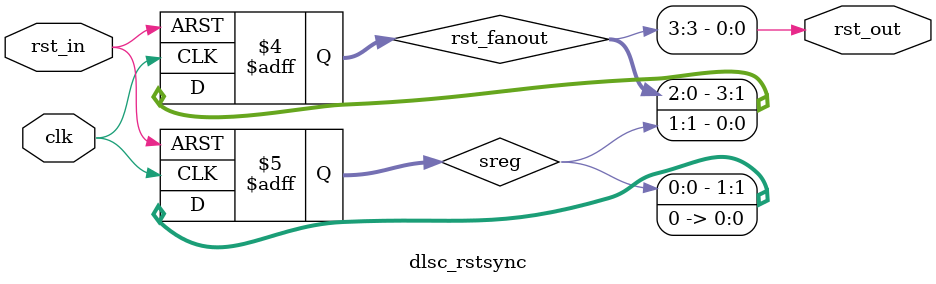
<source format=v>


module dlsc_rstsync #(
    parameter DEPTH = 4
) (
/* verilator lint_off SYNCASYNCNET */
    input       wire    clk,        // clock (which the reset will be synchronized to)
    input       wire    rst_in,     // asynchronous reset input
    output      wire    rst_out     // synchronous reset output
);

//`include "dlsc_synthesis.vh"

// synchronizer
(* ASYNC_REG="TRUE", SHIFT_EXTRACT="NO", HBLKNM="sync_reg" *) reg [1:0] sreg = 2'b11;
always @(posedge clk or posedge rst_in) begin
    if(rst_in) begin
        sreg    <= 2'b11;
    end else begin
        sreg    <= { sreg[0], 1'b0 };
    end
end

// fanout control
 reg [DEPTH-1:0] rst_fanout;
always @(posedge clk or posedge rst_in) begin
    if(rst_in) begin
        rst_fanout <= {DEPTH{1'b1}};
    end else begin
        rst_fanout <= { rst_fanout[DEPTH-2:0], sreg[1] };
    end
end

assign rst_out = rst_fanout[DEPTH-1];

/* verilator lint_on SYNCASYNCNET */

endmodule


</source>
